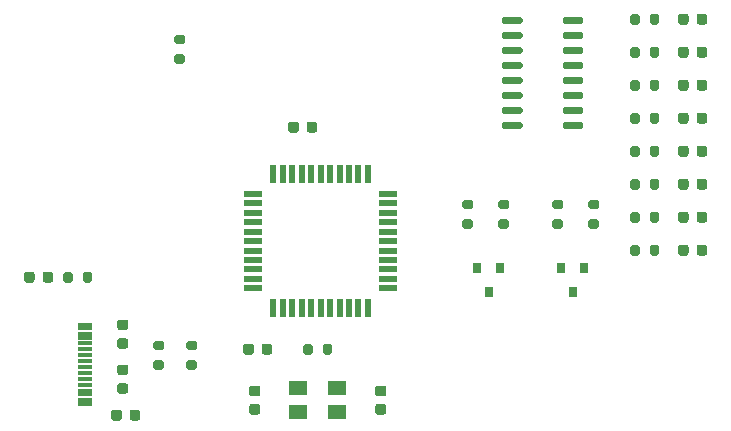
<source format=gbr>
%TF.GenerationSoftware,KiCad,Pcbnew,(5.1.7)-1*%
%TF.CreationDate,2020-10-25T16:34:13+08:00*%
%TF.ProjectId,MuseDash-Peaches2,4d757365-4461-4736-982d-506561636865,rev?*%
%TF.SameCoordinates,Original*%
%TF.FileFunction,Paste,Top*%
%TF.FilePolarity,Positive*%
%FSLAX46Y46*%
G04 Gerber Fmt 4.6, Leading zero omitted, Abs format (unit mm)*
G04 Created by KiCad (PCBNEW (5.1.7)-1) date 2020-10-25 16:34:13*
%MOMM*%
%LPD*%
G01*
G04 APERTURE LIST*
%ADD10R,1.600000X1.300000*%
%ADD11R,0.550000X1.500000*%
%ADD12R,1.500000X0.550000*%
%ADD13R,1.150000X0.300000*%
%ADD14R,0.800000X0.900000*%
G04 APERTURE END LIST*
%TO.C,C3*%
G36*
G01*
X122170000Y-93147000D02*
X121670000Y-93147000D01*
G75*
G02*
X121445000Y-92922000I0J225000D01*
G01*
X121445000Y-92472000D01*
G75*
G02*
X121670000Y-92247000I225000J0D01*
G01*
X122170000Y-92247000D01*
G75*
G02*
X122395000Y-92472000I0J-225000D01*
G01*
X122395000Y-92922000D01*
G75*
G02*
X122170000Y-93147000I-225000J0D01*
G01*
G37*
G36*
G01*
X122170000Y-94697000D02*
X121670000Y-94697000D01*
G75*
G02*
X121445000Y-94472000I0J225000D01*
G01*
X121445000Y-94022000D01*
G75*
G02*
X121670000Y-93797000I225000J0D01*
G01*
X122170000Y-93797000D01*
G75*
G02*
X122395000Y-94022000I0J-225000D01*
G01*
X122395000Y-94472000D01*
G75*
G02*
X122170000Y-94697000I-225000J0D01*
G01*
G37*
%TD*%
%TO.C,C2*%
G36*
G01*
X132838000Y-93147000D02*
X132338000Y-93147000D01*
G75*
G02*
X132113000Y-92922000I0J225000D01*
G01*
X132113000Y-92472000D01*
G75*
G02*
X132338000Y-92247000I225000J0D01*
G01*
X132838000Y-92247000D01*
G75*
G02*
X133063000Y-92472000I0J-225000D01*
G01*
X133063000Y-92922000D01*
G75*
G02*
X132838000Y-93147000I-225000J0D01*
G01*
G37*
G36*
G01*
X132838000Y-94697000D02*
X132338000Y-94697000D01*
G75*
G02*
X132113000Y-94472000I0J225000D01*
G01*
X132113000Y-94022000D01*
G75*
G02*
X132338000Y-93797000I225000J0D01*
G01*
X132838000Y-93797000D01*
G75*
G02*
X133063000Y-94022000I0J-225000D01*
G01*
X133063000Y-94472000D01*
G75*
G02*
X132838000Y-94697000I-225000J0D01*
G01*
G37*
%TD*%
%TO.C,R6*%
G36*
G01*
X116311000Y-90087000D02*
X116861000Y-90087000D01*
G75*
G02*
X117061000Y-90287000I0J-200000D01*
G01*
X117061000Y-90687000D01*
G75*
G02*
X116861000Y-90887000I-200000J0D01*
G01*
X116311000Y-90887000D01*
G75*
G02*
X116111000Y-90687000I0J200000D01*
G01*
X116111000Y-90287000D01*
G75*
G02*
X116311000Y-90087000I200000J0D01*
G01*
G37*
G36*
G01*
X116311000Y-88437000D02*
X116861000Y-88437000D01*
G75*
G02*
X117061000Y-88637000I0J-200000D01*
G01*
X117061000Y-89037000D01*
G75*
G02*
X116861000Y-89237000I-200000J0D01*
G01*
X116311000Y-89237000D01*
G75*
G02*
X116111000Y-89037000I0J200000D01*
G01*
X116111000Y-88637000D01*
G75*
G02*
X116311000Y-88437000I200000J0D01*
G01*
G37*
%TD*%
%TO.C,C1*%
G36*
G01*
X110673000Y-94492000D02*
X110673000Y-94992000D01*
G75*
G02*
X110448000Y-95217000I-225000J0D01*
G01*
X109998000Y-95217000D01*
G75*
G02*
X109773000Y-94992000I0J225000D01*
G01*
X109773000Y-94492000D01*
G75*
G02*
X109998000Y-94267000I225000J0D01*
G01*
X110448000Y-94267000D01*
G75*
G02*
X110673000Y-94492000I0J-225000D01*
G01*
G37*
G36*
G01*
X112223000Y-94492000D02*
X112223000Y-94992000D01*
G75*
G02*
X111998000Y-95217000I-225000J0D01*
G01*
X111548000Y-95217000D01*
G75*
G02*
X111323000Y-94992000I0J225000D01*
G01*
X111323000Y-94492000D01*
G75*
G02*
X111548000Y-94267000I225000J0D01*
G01*
X111998000Y-94267000D01*
G75*
G02*
X112223000Y-94492000I0J-225000D01*
G01*
G37*
%TD*%
%TO.C,D4*%
G36*
G01*
X110487750Y-88234000D02*
X111000250Y-88234000D01*
G75*
G02*
X111219000Y-88452750I0J-218750D01*
G01*
X111219000Y-88890250D01*
G75*
G02*
X111000250Y-89109000I-218750J0D01*
G01*
X110487750Y-89109000D01*
G75*
G02*
X110269000Y-88890250I0J218750D01*
G01*
X110269000Y-88452750D01*
G75*
G02*
X110487750Y-88234000I218750J0D01*
G01*
G37*
G36*
G01*
X110487750Y-86659000D02*
X111000250Y-86659000D01*
G75*
G02*
X111219000Y-86877750I0J-218750D01*
G01*
X111219000Y-87315250D01*
G75*
G02*
X111000250Y-87534000I-218750J0D01*
G01*
X110487750Y-87534000D01*
G75*
G02*
X110269000Y-87315250I0J218750D01*
G01*
X110269000Y-86877750D01*
G75*
G02*
X110487750Y-86659000I218750J0D01*
G01*
G37*
%TD*%
%TO.C,D3*%
G36*
G01*
X111000250Y-92919000D02*
X110487750Y-92919000D01*
G75*
G02*
X110269000Y-92700250I0J218750D01*
G01*
X110269000Y-92262750D01*
G75*
G02*
X110487750Y-92044000I218750J0D01*
G01*
X111000250Y-92044000D01*
G75*
G02*
X111219000Y-92262750I0J-218750D01*
G01*
X111219000Y-92700250D01*
G75*
G02*
X111000250Y-92919000I-218750J0D01*
G01*
G37*
G36*
G01*
X111000250Y-91344000D02*
X110487750Y-91344000D01*
G75*
G02*
X110269000Y-91125250I0J218750D01*
G01*
X110269000Y-90687750D01*
G75*
G02*
X110487750Y-90469000I218750J0D01*
G01*
X111000250Y-90469000D01*
G75*
G02*
X111219000Y-90687750I0J-218750D01*
G01*
X111219000Y-91125250D01*
G75*
G02*
X111000250Y-91344000I-218750J0D01*
G01*
G37*
%TD*%
D10*
%TO.C,Y1*%
X128904000Y-94472000D03*
X125604000Y-94472000D03*
X125604000Y-92472000D03*
X128904000Y-92472000D03*
%TD*%
D11*
%TO.C,U2*%
X123508000Y-74310000D03*
X124308000Y-74310000D03*
X125108000Y-74310000D03*
X125908000Y-74310000D03*
X126708000Y-74310000D03*
X127508000Y-74310000D03*
X128308000Y-74310000D03*
X129108000Y-74310000D03*
X129908000Y-74310000D03*
X130708000Y-74310000D03*
X131508000Y-74310000D03*
D12*
X133208000Y-76010000D03*
X133208000Y-76810000D03*
X133208000Y-77610000D03*
X133208000Y-78410000D03*
X133208000Y-79210000D03*
X133208000Y-80010000D03*
X133208000Y-80810000D03*
X133208000Y-81610000D03*
X133208000Y-82410000D03*
X133208000Y-83210000D03*
X133208000Y-84010000D03*
D11*
X131508000Y-85710000D03*
X130708000Y-85710000D03*
X129908000Y-85710000D03*
X129108000Y-85710000D03*
X128308000Y-85710000D03*
X127508000Y-85710000D03*
X126708000Y-85710000D03*
X125908000Y-85710000D03*
X125108000Y-85710000D03*
X124308000Y-85710000D03*
X123508000Y-85710000D03*
D12*
X121808000Y-84010000D03*
X121808000Y-83210000D03*
X121808000Y-82410000D03*
X121808000Y-81610000D03*
X121808000Y-80810000D03*
X121808000Y-80010000D03*
X121808000Y-79210000D03*
X121808000Y-78410000D03*
X121808000Y-77610000D03*
X121808000Y-76810000D03*
X121808000Y-76010000D03*
%TD*%
%TO.C,U1*%
G36*
G01*
X149754000Y-70081000D02*
X149754000Y-70381000D01*
G75*
G02*
X149604000Y-70531000I-150000J0D01*
G01*
X148154000Y-70531000D01*
G75*
G02*
X148004000Y-70381000I0J150000D01*
G01*
X148004000Y-70081000D01*
G75*
G02*
X148154000Y-69931000I150000J0D01*
G01*
X149604000Y-69931000D01*
G75*
G02*
X149754000Y-70081000I0J-150000D01*
G01*
G37*
G36*
G01*
X149754000Y-68811000D02*
X149754000Y-69111000D01*
G75*
G02*
X149604000Y-69261000I-150000J0D01*
G01*
X148154000Y-69261000D01*
G75*
G02*
X148004000Y-69111000I0J150000D01*
G01*
X148004000Y-68811000D01*
G75*
G02*
X148154000Y-68661000I150000J0D01*
G01*
X149604000Y-68661000D01*
G75*
G02*
X149754000Y-68811000I0J-150000D01*
G01*
G37*
G36*
G01*
X149754000Y-67541000D02*
X149754000Y-67841000D01*
G75*
G02*
X149604000Y-67991000I-150000J0D01*
G01*
X148154000Y-67991000D01*
G75*
G02*
X148004000Y-67841000I0J150000D01*
G01*
X148004000Y-67541000D01*
G75*
G02*
X148154000Y-67391000I150000J0D01*
G01*
X149604000Y-67391000D01*
G75*
G02*
X149754000Y-67541000I0J-150000D01*
G01*
G37*
G36*
G01*
X149754000Y-66271000D02*
X149754000Y-66571000D01*
G75*
G02*
X149604000Y-66721000I-150000J0D01*
G01*
X148154000Y-66721000D01*
G75*
G02*
X148004000Y-66571000I0J150000D01*
G01*
X148004000Y-66271000D01*
G75*
G02*
X148154000Y-66121000I150000J0D01*
G01*
X149604000Y-66121000D01*
G75*
G02*
X149754000Y-66271000I0J-150000D01*
G01*
G37*
G36*
G01*
X149754000Y-65001000D02*
X149754000Y-65301000D01*
G75*
G02*
X149604000Y-65451000I-150000J0D01*
G01*
X148154000Y-65451000D01*
G75*
G02*
X148004000Y-65301000I0J150000D01*
G01*
X148004000Y-65001000D01*
G75*
G02*
X148154000Y-64851000I150000J0D01*
G01*
X149604000Y-64851000D01*
G75*
G02*
X149754000Y-65001000I0J-150000D01*
G01*
G37*
G36*
G01*
X149754000Y-63731000D02*
X149754000Y-64031000D01*
G75*
G02*
X149604000Y-64181000I-150000J0D01*
G01*
X148154000Y-64181000D01*
G75*
G02*
X148004000Y-64031000I0J150000D01*
G01*
X148004000Y-63731000D01*
G75*
G02*
X148154000Y-63581000I150000J0D01*
G01*
X149604000Y-63581000D01*
G75*
G02*
X149754000Y-63731000I0J-150000D01*
G01*
G37*
G36*
G01*
X149754000Y-62461000D02*
X149754000Y-62761000D01*
G75*
G02*
X149604000Y-62911000I-150000J0D01*
G01*
X148154000Y-62911000D01*
G75*
G02*
X148004000Y-62761000I0J150000D01*
G01*
X148004000Y-62461000D01*
G75*
G02*
X148154000Y-62311000I150000J0D01*
G01*
X149604000Y-62311000D01*
G75*
G02*
X149754000Y-62461000I0J-150000D01*
G01*
G37*
G36*
G01*
X149754000Y-61191000D02*
X149754000Y-61491000D01*
G75*
G02*
X149604000Y-61641000I-150000J0D01*
G01*
X148154000Y-61641000D01*
G75*
G02*
X148004000Y-61491000I0J150000D01*
G01*
X148004000Y-61191000D01*
G75*
G02*
X148154000Y-61041000I150000J0D01*
G01*
X149604000Y-61041000D01*
G75*
G02*
X149754000Y-61191000I0J-150000D01*
G01*
G37*
G36*
G01*
X144604000Y-61191000D02*
X144604000Y-61491000D01*
G75*
G02*
X144454000Y-61641000I-150000J0D01*
G01*
X143004000Y-61641000D01*
G75*
G02*
X142854000Y-61491000I0J150000D01*
G01*
X142854000Y-61191000D01*
G75*
G02*
X143004000Y-61041000I150000J0D01*
G01*
X144454000Y-61041000D01*
G75*
G02*
X144604000Y-61191000I0J-150000D01*
G01*
G37*
G36*
G01*
X144604000Y-62461000D02*
X144604000Y-62761000D01*
G75*
G02*
X144454000Y-62911000I-150000J0D01*
G01*
X143004000Y-62911000D01*
G75*
G02*
X142854000Y-62761000I0J150000D01*
G01*
X142854000Y-62461000D01*
G75*
G02*
X143004000Y-62311000I150000J0D01*
G01*
X144454000Y-62311000D01*
G75*
G02*
X144604000Y-62461000I0J-150000D01*
G01*
G37*
G36*
G01*
X144604000Y-63731000D02*
X144604000Y-64031000D01*
G75*
G02*
X144454000Y-64181000I-150000J0D01*
G01*
X143004000Y-64181000D01*
G75*
G02*
X142854000Y-64031000I0J150000D01*
G01*
X142854000Y-63731000D01*
G75*
G02*
X143004000Y-63581000I150000J0D01*
G01*
X144454000Y-63581000D01*
G75*
G02*
X144604000Y-63731000I0J-150000D01*
G01*
G37*
G36*
G01*
X144604000Y-65001000D02*
X144604000Y-65301000D01*
G75*
G02*
X144454000Y-65451000I-150000J0D01*
G01*
X143004000Y-65451000D01*
G75*
G02*
X142854000Y-65301000I0J150000D01*
G01*
X142854000Y-65001000D01*
G75*
G02*
X143004000Y-64851000I150000J0D01*
G01*
X144454000Y-64851000D01*
G75*
G02*
X144604000Y-65001000I0J-150000D01*
G01*
G37*
G36*
G01*
X144604000Y-66271000D02*
X144604000Y-66571000D01*
G75*
G02*
X144454000Y-66721000I-150000J0D01*
G01*
X143004000Y-66721000D01*
G75*
G02*
X142854000Y-66571000I0J150000D01*
G01*
X142854000Y-66271000D01*
G75*
G02*
X143004000Y-66121000I150000J0D01*
G01*
X144454000Y-66121000D01*
G75*
G02*
X144604000Y-66271000I0J-150000D01*
G01*
G37*
G36*
G01*
X144604000Y-67541000D02*
X144604000Y-67841000D01*
G75*
G02*
X144454000Y-67991000I-150000J0D01*
G01*
X143004000Y-67991000D01*
G75*
G02*
X142854000Y-67841000I0J150000D01*
G01*
X142854000Y-67541000D01*
G75*
G02*
X143004000Y-67391000I150000J0D01*
G01*
X144454000Y-67391000D01*
G75*
G02*
X144604000Y-67541000I0J-150000D01*
G01*
G37*
G36*
G01*
X144604000Y-68811000D02*
X144604000Y-69111000D01*
G75*
G02*
X144454000Y-69261000I-150000J0D01*
G01*
X143004000Y-69261000D01*
G75*
G02*
X142854000Y-69111000I0J150000D01*
G01*
X142854000Y-68811000D01*
G75*
G02*
X143004000Y-68661000I150000J0D01*
G01*
X144454000Y-68661000D01*
G75*
G02*
X144604000Y-68811000I0J-150000D01*
G01*
G37*
G36*
G01*
X144604000Y-70081000D02*
X144604000Y-70381000D01*
G75*
G02*
X144454000Y-70531000I-150000J0D01*
G01*
X143004000Y-70531000D01*
G75*
G02*
X142854000Y-70381000I0J150000D01*
G01*
X142854000Y-70081000D01*
G75*
G02*
X143004000Y-69931000I150000J0D01*
G01*
X144454000Y-69931000D01*
G75*
G02*
X144604000Y-70081000I0J-150000D01*
G01*
G37*
%TD*%
%TO.C,R17*%
G36*
G01*
X107359000Y-83333000D02*
X107359000Y-82783000D01*
G75*
G02*
X107559000Y-82583000I200000J0D01*
G01*
X107959000Y-82583000D01*
G75*
G02*
X108159000Y-82783000I0J-200000D01*
G01*
X108159000Y-83333000D01*
G75*
G02*
X107959000Y-83533000I-200000J0D01*
G01*
X107559000Y-83533000D01*
G75*
G02*
X107359000Y-83333000I0J200000D01*
G01*
G37*
G36*
G01*
X105709000Y-83333000D02*
X105709000Y-82783000D01*
G75*
G02*
X105909000Y-82583000I200000J0D01*
G01*
X106309000Y-82583000D01*
G75*
G02*
X106509000Y-82783000I0J-200000D01*
G01*
X106509000Y-83333000D01*
G75*
G02*
X106309000Y-83533000I-200000J0D01*
G01*
X105909000Y-83533000D01*
G75*
G02*
X105709000Y-83333000I0J200000D01*
G01*
G37*
%TD*%
%TO.C,R16*%
G36*
G01*
X115845000Y-63329000D02*
X115295000Y-63329000D01*
G75*
G02*
X115095000Y-63129000I0J200000D01*
G01*
X115095000Y-62729000D01*
G75*
G02*
X115295000Y-62529000I200000J0D01*
G01*
X115845000Y-62529000D01*
G75*
G02*
X116045000Y-62729000I0J-200000D01*
G01*
X116045000Y-63129000D01*
G75*
G02*
X115845000Y-63329000I-200000J0D01*
G01*
G37*
G36*
G01*
X115845000Y-64979000D02*
X115295000Y-64979000D01*
G75*
G02*
X115095000Y-64779000I0J200000D01*
G01*
X115095000Y-64379000D01*
G75*
G02*
X115295000Y-64179000I200000J0D01*
G01*
X115845000Y-64179000D01*
G75*
G02*
X116045000Y-64379000I0J-200000D01*
G01*
X116045000Y-64779000D01*
G75*
G02*
X115845000Y-64979000I-200000J0D01*
G01*
G37*
%TD*%
%TO.C,R15*%
G36*
G01*
X126829000Y-88879000D02*
X126829000Y-89429000D01*
G75*
G02*
X126629000Y-89629000I-200000J0D01*
G01*
X126229000Y-89629000D01*
G75*
G02*
X126029000Y-89429000I0J200000D01*
G01*
X126029000Y-88879000D01*
G75*
G02*
X126229000Y-88679000I200000J0D01*
G01*
X126629000Y-88679000D01*
G75*
G02*
X126829000Y-88879000I0J-200000D01*
G01*
G37*
G36*
G01*
X128479000Y-88879000D02*
X128479000Y-89429000D01*
G75*
G02*
X128279000Y-89629000I-200000J0D01*
G01*
X127879000Y-89629000D01*
G75*
G02*
X127679000Y-89429000I0J200000D01*
G01*
X127679000Y-88879000D01*
G75*
G02*
X127879000Y-88679000I200000J0D01*
G01*
X128279000Y-88679000D01*
G75*
G02*
X128479000Y-88879000I0J-200000D01*
G01*
G37*
%TD*%
%TO.C,R14*%
G36*
G01*
X154515000Y-60939000D02*
X154515000Y-61489000D01*
G75*
G02*
X154315000Y-61689000I-200000J0D01*
G01*
X153915000Y-61689000D01*
G75*
G02*
X153715000Y-61489000I0J200000D01*
G01*
X153715000Y-60939000D01*
G75*
G02*
X153915000Y-60739000I200000J0D01*
G01*
X154315000Y-60739000D01*
G75*
G02*
X154515000Y-60939000I0J-200000D01*
G01*
G37*
G36*
G01*
X156165000Y-60939000D02*
X156165000Y-61489000D01*
G75*
G02*
X155965000Y-61689000I-200000J0D01*
G01*
X155565000Y-61689000D01*
G75*
G02*
X155365000Y-61489000I0J200000D01*
G01*
X155365000Y-60939000D01*
G75*
G02*
X155565000Y-60739000I200000J0D01*
G01*
X155965000Y-60739000D01*
G75*
G02*
X156165000Y-60939000I0J-200000D01*
G01*
G37*
%TD*%
%TO.C,R13*%
G36*
G01*
X156165000Y-63733000D02*
X156165000Y-64283000D01*
G75*
G02*
X155965000Y-64483000I-200000J0D01*
G01*
X155565000Y-64483000D01*
G75*
G02*
X155365000Y-64283000I0J200000D01*
G01*
X155365000Y-63733000D01*
G75*
G02*
X155565000Y-63533000I200000J0D01*
G01*
X155965000Y-63533000D01*
G75*
G02*
X156165000Y-63733000I0J-200000D01*
G01*
G37*
G36*
G01*
X154515000Y-63733000D02*
X154515000Y-64283000D01*
G75*
G02*
X154315000Y-64483000I-200000J0D01*
G01*
X153915000Y-64483000D01*
G75*
G02*
X153715000Y-64283000I0J200000D01*
G01*
X153715000Y-63733000D01*
G75*
G02*
X153915000Y-63533000I200000J0D01*
G01*
X154315000Y-63533000D01*
G75*
G02*
X154515000Y-63733000I0J-200000D01*
G01*
G37*
%TD*%
%TO.C,R12*%
G36*
G01*
X156165000Y-66527000D02*
X156165000Y-67077000D01*
G75*
G02*
X155965000Y-67277000I-200000J0D01*
G01*
X155565000Y-67277000D01*
G75*
G02*
X155365000Y-67077000I0J200000D01*
G01*
X155365000Y-66527000D01*
G75*
G02*
X155565000Y-66327000I200000J0D01*
G01*
X155965000Y-66327000D01*
G75*
G02*
X156165000Y-66527000I0J-200000D01*
G01*
G37*
G36*
G01*
X154515000Y-66527000D02*
X154515000Y-67077000D01*
G75*
G02*
X154315000Y-67277000I-200000J0D01*
G01*
X153915000Y-67277000D01*
G75*
G02*
X153715000Y-67077000I0J200000D01*
G01*
X153715000Y-66527000D01*
G75*
G02*
X153915000Y-66327000I200000J0D01*
G01*
X154315000Y-66327000D01*
G75*
G02*
X154515000Y-66527000I0J-200000D01*
G01*
G37*
%TD*%
%TO.C,R11*%
G36*
G01*
X156165000Y-69321000D02*
X156165000Y-69871000D01*
G75*
G02*
X155965000Y-70071000I-200000J0D01*
G01*
X155565000Y-70071000D01*
G75*
G02*
X155365000Y-69871000I0J200000D01*
G01*
X155365000Y-69321000D01*
G75*
G02*
X155565000Y-69121000I200000J0D01*
G01*
X155965000Y-69121000D01*
G75*
G02*
X156165000Y-69321000I0J-200000D01*
G01*
G37*
G36*
G01*
X154515000Y-69321000D02*
X154515000Y-69871000D01*
G75*
G02*
X154315000Y-70071000I-200000J0D01*
G01*
X153915000Y-70071000D01*
G75*
G02*
X153715000Y-69871000I0J200000D01*
G01*
X153715000Y-69321000D01*
G75*
G02*
X153915000Y-69121000I200000J0D01*
G01*
X154315000Y-69121000D01*
G75*
G02*
X154515000Y-69321000I0J-200000D01*
G01*
G37*
%TD*%
%TO.C,R10*%
G36*
G01*
X156165000Y-72115000D02*
X156165000Y-72665000D01*
G75*
G02*
X155965000Y-72865000I-200000J0D01*
G01*
X155565000Y-72865000D01*
G75*
G02*
X155365000Y-72665000I0J200000D01*
G01*
X155365000Y-72115000D01*
G75*
G02*
X155565000Y-71915000I200000J0D01*
G01*
X155965000Y-71915000D01*
G75*
G02*
X156165000Y-72115000I0J-200000D01*
G01*
G37*
G36*
G01*
X154515000Y-72115000D02*
X154515000Y-72665000D01*
G75*
G02*
X154315000Y-72865000I-200000J0D01*
G01*
X153915000Y-72865000D01*
G75*
G02*
X153715000Y-72665000I0J200000D01*
G01*
X153715000Y-72115000D01*
G75*
G02*
X153915000Y-71915000I200000J0D01*
G01*
X154315000Y-71915000D01*
G75*
G02*
X154515000Y-72115000I0J-200000D01*
G01*
G37*
%TD*%
%TO.C,R9*%
G36*
G01*
X156165000Y-74909000D02*
X156165000Y-75459000D01*
G75*
G02*
X155965000Y-75659000I-200000J0D01*
G01*
X155565000Y-75659000D01*
G75*
G02*
X155365000Y-75459000I0J200000D01*
G01*
X155365000Y-74909000D01*
G75*
G02*
X155565000Y-74709000I200000J0D01*
G01*
X155965000Y-74709000D01*
G75*
G02*
X156165000Y-74909000I0J-200000D01*
G01*
G37*
G36*
G01*
X154515000Y-74909000D02*
X154515000Y-75459000D01*
G75*
G02*
X154315000Y-75659000I-200000J0D01*
G01*
X153915000Y-75659000D01*
G75*
G02*
X153715000Y-75459000I0J200000D01*
G01*
X153715000Y-74909000D01*
G75*
G02*
X153915000Y-74709000I200000J0D01*
G01*
X154315000Y-74709000D01*
G75*
G02*
X154515000Y-74909000I0J-200000D01*
G01*
G37*
%TD*%
%TO.C,R8*%
G36*
G01*
X156165000Y-77703000D02*
X156165000Y-78253000D01*
G75*
G02*
X155965000Y-78453000I-200000J0D01*
G01*
X155565000Y-78453000D01*
G75*
G02*
X155365000Y-78253000I0J200000D01*
G01*
X155365000Y-77703000D01*
G75*
G02*
X155565000Y-77503000I200000J0D01*
G01*
X155965000Y-77503000D01*
G75*
G02*
X156165000Y-77703000I0J-200000D01*
G01*
G37*
G36*
G01*
X154515000Y-77703000D02*
X154515000Y-78253000D01*
G75*
G02*
X154315000Y-78453000I-200000J0D01*
G01*
X153915000Y-78453000D01*
G75*
G02*
X153715000Y-78253000I0J200000D01*
G01*
X153715000Y-77703000D01*
G75*
G02*
X153915000Y-77503000I200000J0D01*
G01*
X154315000Y-77503000D01*
G75*
G02*
X154515000Y-77703000I0J-200000D01*
G01*
G37*
%TD*%
%TO.C,R7*%
G36*
G01*
X156165000Y-80497000D02*
X156165000Y-81047000D01*
G75*
G02*
X155965000Y-81247000I-200000J0D01*
G01*
X155565000Y-81247000D01*
G75*
G02*
X155365000Y-81047000I0J200000D01*
G01*
X155365000Y-80497000D01*
G75*
G02*
X155565000Y-80297000I200000J0D01*
G01*
X155965000Y-80297000D01*
G75*
G02*
X156165000Y-80497000I0J-200000D01*
G01*
G37*
G36*
G01*
X154515000Y-80497000D02*
X154515000Y-81047000D01*
G75*
G02*
X154315000Y-81247000I-200000J0D01*
G01*
X153915000Y-81247000D01*
G75*
G02*
X153715000Y-81047000I0J200000D01*
G01*
X153715000Y-80497000D01*
G75*
G02*
X153915000Y-80297000I200000J0D01*
G01*
X154315000Y-80297000D01*
G75*
G02*
X154515000Y-80497000I0J-200000D01*
G01*
G37*
%TD*%
%TO.C,R5*%
G36*
G01*
X113517000Y-90087000D02*
X114067000Y-90087000D01*
G75*
G02*
X114267000Y-90287000I0J-200000D01*
G01*
X114267000Y-90687000D01*
G75*
G02*
X114067000Y-90887000I-200000J0D01*
G01*
X113517000Y-90887000D01*
G75*
G02*
X113317000Y-90687000I0J200000D01*
G01*
X113317000Y-90287000D01*
G75*
G02*
X113517000Y-90087000I200000J0D01*
G01*
G37*
G36*
G01*
X113517000Y-88437000D02*
X114067000Y-88437000D01*
G75*
G02*
X114267000Y-88637000I0J-200000D01*
G01*
X114267000Y-89037000D01*
G75*
G02*
X114067000Y-89237000I-200000J0D01*
G01*
X113517000Y-89237000D01*
G75*
G02*
X113317000Y-89037000I0J200000D01*
G01*
X113317000Y-88637000D01*
G75*
G02*
X113517000Y-88437000I200000J0D01*
G01*
G37*
%TD*%
%TO.C,R4*%
G36*
G01*
X150897000Y-77299000D02*
X150347000Y-77299000D01*
G75*
G02*
X150147000Y-77099000I0J200000D01*
G01*
X150147000Y-76699000D01*
G75*
G02*
X150347000Y-76499000I200000J0D01*
G01*
X150897000Y-76499000D01*
G75*
G02*
X151097000Y-76699000I0J-200000D01*
G01*
X151097000Y-77099000D01*
G75*
G02*
X150897000Y-77299000I-200000J0D01*
G01*
G37*
G36*
G01*
X150897000Y-78949000D02*
X150347000Y-78949000D01*
G75*
G02*
X150147000Y-78749000I0J200000D01*
G01*
X150147000Y-78349000D01*
G75*
G02*
X150347000Y-78149000I200000J0D01*
G01*
X150897000Y-78149000D01*
G75*
G02*
X151097000Y-78349000I0J-200000D01*
G01*
X151097000Y-78749000D01*
G75*
G02*
X150897000Y-78949000I-200000J0D01*
G01*
G37*
%TD*%
%TO.C,R3*%
G36*
G01*
X147849000Y-77299000D02*
X147299000Y-77299000D01*
G75*
G02*
X147099000Y-77099000I0J200000D01*
G01*
X147099000Y-76699000D01*
G75*
G02*
X147299000Y-76499000I200000J0D01*
G01*
X147849000Y-76499000D01*
G75*
G02*
X148049000Y-76699000I0J-200000D01*
G01*
X148049000Y-77099000D01*
G75*
G02*
X147849000Y-77299000I-200000J0D01*
G01*
G37*
G36*
G01*
X147849000Y-78949000D02*
X147299000Y-78949000D01*
G75*
G02*
X147099000Y-78749000I0J200000D01*
G01*
X147099000Y-78349000D01*
G75*
G02*
X147299000Y-78149000I200000J0D01*
G01*
X147849000Y-78149000D01*
G75*
G02*
X148049000Y-78349000I0J-200000D01*
G01*
X148049000Y-78749000D01*
G75*
G02*
X147849000Y-78949000I-200000J0D01*
G01*
G37*
%TD*%
%TO.C,R2*%
G36*
G01*
X143277000Y-77299000D02*
X142727000Y-77299000D01*
G75*
G02*
X142527000Y-77099000I0J200000D01*
G01*
X142527000Y-76699000D01*
G75*
G02*
X142727000Y-76499000I200000J0D01*
G01*
X143277000Y-76499000D01*
G75*
G02*
X143477000Y-76699000I0J-200000D01*
G01*
X143477000Y-77099000D01*
G75*
G02*
X143277000Y-77299000I-200000J0D01*
G01*
G37*
G36*
G01*
X143277000Y-78949000D02*
X142727000Y-78949000D01*
G75*
G02*
X142527000Y-78749000I0J200000D01*
G01*
X142527000Y-78349000D01*
G75*
G02*
X142727000Y-78149000I200000J0D01*
G01*
X143277000Y-78149000D01*
G75*
G02*
X143477000Y-78349000I0J-200000D01*
G01*
X143477000Y-78749000D01*
G75*
G02*
X143277000Y-78949000I-200000J0D01*
G01*
G37*
%TD*%
%TO.C,R1*%
G36*
G01*
X140229000Y-77299000D02*
X139679000Y-77299000D01*
G75*
G02*
X139479000Y-77099000I0J200000D01*
G01*
X139479000Y-76699000D01*
G75*
G02*
X139679000Y-76499000I200000J0D01*
G01*
X140229000Y-76499000D01*
G75*
G02*
X140429000Y-76699000I0J-200000D01*
G01*
X140429000Y-77099000D01*
G75*
G02*
X140229000Y-77299000I-200000J0D01*
G01*
G37*
G36*
G01*
X140229000Y-78949000D02*
X139679000Y-78949000D01*
G75*
G02*
X139479000Y-78749000I0J200000D01*
G01*
X139479000Y-78349000D01*
G75*
G02*
X139679000Y-78149000I200000J0D01*
G01*
X140229000Y-78149000D01*
G75*
G02*
X140429000Y-78349000I0J-200000D01*
G01*
X140429000Y-78749000D01*
G75*
G02*
X140229000Y-78949000I-200000J0D01*
G01*
G37*
%TD*%
D13*
%TO.C,J1*%
X107556000Y-93774000D03*
X107556000Y-92974000D03*
X107556000Y-88174000D03*
X107556000Y-87374000D03*
X107556000Y-87074000D03*
X107556000Y-87874000D03*
X107556000Y-88674000D03*
X107556000Y-89174000D03*
X107556000Y-89674000D03*
X107556000Y-90174000D03*
X107556000Y-90674000D03*
X107556000Y-91174000D03*
X107556000Y-91674000D03*
X107556000Y-92174000D03*
X107556000Y-92674000D03*
X107556000Y-93474000D03*
%TD*%
%TO.C,D13*%
G36*
G01*
X103982000Y-83314250D02*
X103982000Y-82801750D01*
G75*
G02*
X104200750Y-82583000I218750J0D01*
G01*
X104638250Y-82583000D01*
G75*
G02*
X104857000Y-82801750I0J-218750D01*
G01*
X104857000Y-83314250D01*
G75*
G02*
X104638250Y-83533000I-218750J0D01*
G01*
X104200750Y-83533000D01*
G75*
G02*
X103982000Y-83314250I0J218750D01*
G01*
G37*
G36*
G01*
X102407000Y-83314250D02*
X102407000Y-82801750D01*
G75*
G02*
X102625750Y-82583000I218750J0D01*
G01*
X103063250Y-82583000D01*
G75*
G02*
X103282000Y-82801750I0J-218750D01*
G01*
X103282000Y-83314250D01*
G75*
G02*
X103063250Y-83533000I-218750J0D01*
G01*
X102625750Y-83533000D01*
G75*
G02*
X102407000Y-83314250I0J218750D01*
G01*
G37*
%TD*%
%TO.C,D12*%
G36*
G01*
X158654000Y-60957750D02*
X158654000Y-61470250D01*
G75*
G02*
X158435250Y-61689000I-218750J0D01*
G01*
X157997750Y-61689000D01*
G75*
G02*
X157779000Y-61470250I0J218750D01*
G01*
X157779000Y-60957750D01*
G75*
G02*
X157997750Y-60739000I218750J0D01*
G01*
X158435250Y-60739000D01*
G75*
G02*
X158654000Y-60957750I0J-218750D01*
G01*
G37*
G36*
G01*
X160229000Y-60957750D02*
X160229000Y-61470250D01*
G75*
G02*
X160010250Y-61689000I-218750J0D01*
G01*
X159572750Y-61689000D01*
G75*
G02*
X159354000Y-61470250I0J218750D01*
G01*
X159354000Y-60957750D01*
G75*
G02*
X159572750Y-60739000I218750J0D01*
G01*
X160010250Y-60739000D01*
G75*
G02*
X160229000Y-60957750I0J-218750D01*
G01*
G37*
%TD*%
%TO.C,D11*%
G36*
G01*
X160229000Y-63751750D02*
X160229000Y-64264250D01*
G75*
G02*
X160010250Y-64483000I-218750J0D01*
G01*
X159572750Y-64483000D01*
G75*
G02*
X159354000Y-64264250I0J218750D01*
G01*
X159354000Y-63751750D01*
G75*
G02*
X159572750Y-63533000I218750J0D01*
G01*
X160010250Y-63533000D01*
G75*
G02*
X160229000Y-63751750I0J-218750D01*
G01*
G37*
G36*
G01*
X158654000Y-63751750D02*
X158654000Y-64264250D01*
G75*
G02*
X158435250Y-64483000I-218750J0D01*
G01*
X157997750Y-64483000D01*
G75*
G02*
X157779000Y-64264250I0J218750D01*
G01*
X157779000Y-63751750D01*
G75*
G02*
X157997750Y-63533000I218750J0D01*
G01*
X158435250Y-63533000D01*
G75*
G02*
X158654000Y-63751750I0J-218750D01*
G01*
G37*
%TD*%
%TO.C,D10*%
G36*
G01*
X160229000Y-66545750D02*
X160229000Y-67058250D01*
G75*
G02*
X160010250Y-67277000I-218750J0D01*
G01*
X159572750Y-67277000D01*
G75*
G02*
X159354000Y-67058250I0J218750D01*
G01*
X159354000Y-66545750D01*
G75*
G02*
X159572750Y-66327000I218750J0D01*
G01*
X160010250Y-66327000D01*
G75*
G02*
X160229000Y-66545750I0J-218750D01*
G01*
G37*
G36*
G01*
X158654000Y-66545750D02*
X158654000Y-67058250D01*
G75*
G02*
X158435250Y-67277000I-218750J0D01*
G01*
X157997750Y-67277000D01*
G75*
G02*
X157779000Y-67058250I0J218750D01*
G01*
X157779000Y-66545750D01*
G75*
G02*
X157997750Y-66327000I218750J0D01*
G01*
X158435250Y-66327000D01*
G75*
G02*
X158654000Y-66545750I0J-218750D01*
G01*
G37*
%TD*%
%TO.C,D9*%
G36*
G01*
X160229000Y-69339750D02*
X160229000Y-69852250D01*
G75*
G02*
X160010250Y-70071000I-218750J0D01*
G01*
X159572750Y-70071000D01*
G75*
G02*
X159354000Y-69852250I0J218750D01*
G01*
X159354000Y-69339750D01*
G75*
G02*
X159572750Y-69121000I218750J0D01*
G01*
X160010250Y-69121000D01*
G75*
G02*
X160229000Y-69339750I0J-218750D01*
G01*
G37*
G36*
G01*
X158654000Y-69339750D02*
X158654000Y-69852250D01*
G75*
G02*
X158435250Y-70071000I-218750J0D01*
G01*
X157997750Y-70071000D01*
G75*
G02*
X157779000Y-69852250I0J218750D01*
G01*
X157779000Y-69339750D01*
G75*
G02*
X157997750Y-69121000I218750J0D01*
G01*
X158435250Y-69121000D01*
G75*
G02*
X158654000Y-69339750I0J-218750D01*
G01*
G37*
%TD*%
%TO.C,D8*%
G36*
G01*
X160229000Y-72133750D02*
X160229000Y-72646250D01*
G75*
G02*
X160010250Y-72865000I-218750J0D01*
G01*
X159572750Y-72865000D01*
G75*
G02*
X159354000Y-72646250I0J218750D01*
G01*
X159354000Y-72133750D01*
G75*
G02*
X159572750Y-71915000I218750J0D01*
G01*
X160010250Y-71915000D01*
G75*
G02*
X160229000Y-72133750I0J-218750D01*
G01*
G37*
G36*
G01*
X158654000Y-72133750D02*
X158654000Y-72646250D01*
G75*
G02*
X158435250Y-72865000I-218750J0D01*
G01*
X157997750Y-72865000D01*
G75*
G02*
X157779000Y-72646250I0J218750D01*
G01*
X157779000Y-72133750D01*
G75*
G02*
X157997750Y-71915000I218750J0D01*
G01*
X158435250Y-71915000D01*
G75*
G02*
X158654000Y-72133750I0J-218750D01*
G01*
G37*
%TD*%
%TO.C,D7*%
G36*
G01*
X160229000Y-74927750D02*
X160229000Y-75440250D01*
G75*
G02*
X160010250Y-75659000I-218750J0D01*
G01*
X159572750Y-75659000D01*
G75*
G02*
X159354000Y-75440250I0J218750D01*
G01*
X159354000Y-74927750D01*
G75*
G02*
X159572750Y-74709000I218750J0D01*
G01*
X160010250Y-74709000D01*
G75*
G02*
X160229000Y-74927750I0J-218750D01*
G01*
G37*
G36*
G01*
X158654000Y-74927750D02*
X158654000Y-75440250D01*
G75*
G02*
X158435250Y-75659000I-218750J0D01*
G01*
X157997750Y-75659000D01*
G75*
G02*
X157779000Y-75440250I0J218750D01*
G01*
X157779000Y-74927750D01*
G75*
G02*
X157997750Y-74709000I218750J0D01*
G01*
X158435250Y-74709000D01*
G75*
G02*
X158654000Y-74927750I0J-218750D01*
G01*
G37*
%TD*%
%TO.C,D6*%
G36*
G01*
X160229000Y-77721750D02*
X160229000Y-78234250D01*
G75*
G02*
X160010250Y-78453000I-218750J0D01*
G01*
X159572750Y-78453000D01*
G75*
G02*
X159354000Y-78234250I0J218750D01*
G01*
X159354000Y-77721750D01*
G75*
G02*
X159572750Y-77503000I218750J0D01*
G01*
X160010250Y-77503000D01*
G75*
G02*
X160229000Y-77721750I0J-218750D01*
G01*
G37*
G36*
G01*
X158654000Y-77721750D02*
X158654000Y-78234250D01*
G75*
G02*
X158435250Y-78453000I-218750J0D01*
G01*
X157997750Y-78453000D01*
G75*
G02*
X157779000Y-78234250I0J218750D01*
G01*
X157779000Y-77721750D01*
G75*
G02*
X157997750Y-77503000I218750J0D01*
G01*
X158435250Y-77503000D01*
G75*
G02*
X158654000Y-77721750I0J-218750D01*
G01*
G37*
%TD*%
%TO.C,D5*%
G36*
G01*
X160229000Y-80515750D02*
X160229000Y-81028250D01*
G75*
G02*
X160010250Y-81247000I-218750J0D01*
G01*
X159572750Y-81247000D01*
G75*
G02*
X159354000Y-81028250I0J218750D01*
G01*
X159354000Y-80515750D01*
G75*
G02*
X159572750Y-80297000I218750J0D01*
G01*
X160010250Y-80297000D01*
G75*
G02*
X160229000Y-80515750I0J-218750D01*
G01*
G37*
G36*
G01*
X158654000Y-80515750D02*
X158654000Y-81028250D01*
G75*
G02*
X158435250Y-81247000I-218750J0D01*
G01*
X157997750Y-81247000D01*
G75*
G02*
X157779000Y-81028250I0J218750D01*
G01*
X157779000Y-80515750D01*
G75*
G02*
X157997750Y-80297000I218750J0D01*
G01*
X158435250Y-80297000D01*
G75*
G02*
X158654000Y-80515750I0J-218750D01*
G01*
G37*
%TD*%
D14*
%TO.C,D2*%
X148844000Y-84312000D03*
X147894000Y-82312000D03*
X149794000Y-82312000D03*
%TD*%
%TO.C,D1*%
X141732000Y-84312000D03*
X140782000Y-82312000D03*
X142682000Y-82312000D03*
%TD*%
%TO.C,C4*%
G36*
G01*
X122499000Y-89404000D02*
X122499000Y-88904000D01*
G75*
G02*
X122724000Y-88679000I225000J0D01*
G01*
X123174000Y-88679000D01*
G75*
G02*
X123399000Y-88904000I0J-225000D01*
G01*
X123399000Y-89404000D01*
G75*
G02*
X123174000Y-89629000I-225000J0D01*
G01*
X122724000Y-89629000D01*
G75*
G02*
X122499000Y-89404000I0J225000D01*
G01*
G37*
G36*
G01*
X120949000Y-89404000D02*
X120949000Y-88904000D01*
G75*
G02*
X121174000Y-88679000I225000J0D01*
G01*
X121624000Y-88679000D01*
G75*
G02*
X121849000Y-88904000I0J-225000D01*
G01*
X121849000Y-89404000D01*
G75*
G02*
X121624000Y-89629000I-225000J0D01*
G01*
X121174000Y-89629000D01*
G75*
G02*
X120949000Y-89404000I0J225000D01*
G01*
G37*
%TD*%
%TO.C,C5*%
G36*
G01*
X125659000Y-70108000D02*
X125659000Y-70608000D01*
G75*
G02*
X125434000Y-70833000I-225000J0D01*
G01*
X124984000Y-70833000D01*
G75*
G02*
X124759000Y-70608000I0J225000D01*
G01*
X124759000Y-70108000D01*
G75*
G02*
X124984000Y-69883000I225000J0D01*
G01*
X125434000Y-69883000D01*
G75*
G02*
X125659000Y-70108000I0J-225000D01*
G01*
G37*
G36*
G01*
X127209000Y-70108000D02*
X127209000Y-70608000D01*
G75*
G02*
X126984000Y-70833000I-225000J0D01*
G01*
X126534000Y-70833000D01*
G75*
G02*
X126309000Y-70608000I0J225000D01*
G01*
X126309000Y-70108000D01*
G75*
G02*
X126534000Y-69883000I225000J0D01*
G01*
X126984000Y-69883000D01*
G75*
G02*
X127209000Y-70108000I0J-225000D01*
G01*
G37*
%TD*%
M02*

</source>
